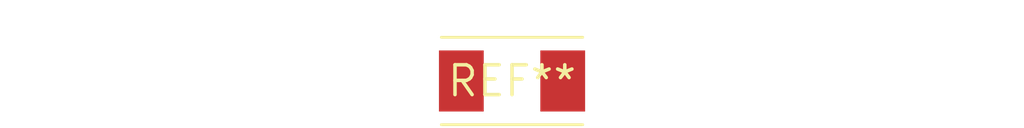
<source format=kicad_pcb>
(kicad_pcb (version 20240108) (generator pcbnew)
  (layers (0 "F.Cu" signal) (31 "B.Cu" signal) (34 "B.Paste" user) (35 "F.Paste" user) (36 "B.SilkS" user "B.Silkscreen") (37 "F.SilkS" user "F.Silkscreen") (38 "B.Mask" user) (39 "F.Mask" user) (44 "Edge.Cuts" user))
  (net 0 "")
  (footprint "Crystal_SMD_Abracon_ABM7-2Pin_6.0x3.5mm" (layer "F.Cu") (at 0 0)
    (property "Reference" "REF**")
    (property "Value" "Crystal_SMD_Abracon_ABM7-2Pin_6.0x3.5mm")
    (fp_line (start -3 -1.86) (end 3 -1.86) (layer "F.SilkS") (stroke (width 0.12)))
    (fp_line (start -3 1.86) (end 3 1.86) (layer "F.SilkS") (stroke (width 0.12)))
    (pad "1" smd rect (at -2.15 0) (size 1.9 2.6) (layers "F.Cu" "F.Paste" "F.Mask"))
    (pad "2" smd rect (at 2.15 0) (size 1.9 2.6) (layers "F.Cu" "F.Paste" "F.Mask"))
  )
)
</source>
